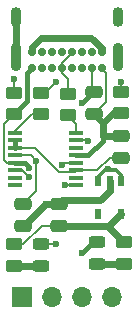
<source format=gtl>
%TF.GenerationSoftware,KiCad,Pcbnew,9.0.0*%
%TF.CreationDate,2025-03-08T20:10:10+09:00*%
%TF.ProjectId,typec-serial,74797065-632d-4736-9572-69616c2e6b69,rev?*%
%TF.SameCoordinates,Original*%
%TF.FileFunction,Copper,L1,Top*%
%TF.FilePolarity,Positive*%
%FSLAX46Y46*%
G04 Gerber Fmt 4.6, Leading zero omitted, Abs format (unit mm)*
G04 Created by KiCad (PCBNEW 9.0.0) date 2025-03-08 20:10:10*
%MOMM*%
%LPD*%
G01*
G04 APERTURE LIST*
G04 Aperture macros list*
%AMRoundRect*
0 Rectangle with rounded corners*
0 $1 Rounding radius*
0 $2 $3 $4 $5 $6 $7 $8 $9 X,Y pos of 4 corners*
0 Add a 4 corners polygon primitive as box body*
4,1,4,$2,$3,$4,$5,$6,$7,$8,$9,$2,$3,0*
0 Add four circle primitives for the rounded corners*
1,1,$1+$1,$2,$3*
1,1,$1+$1,$4,$5*
1,1,$1+$1,$6,$7*
1,1,$1+$1,$8,$9*
0 Add four rect primitives between the rounded corners*
20,1,$1+$1,$2,$3,$4,$5,0*
20,1,$1+$1,$4,$5,$6,$7,0*
20,1,$1+$1,$6,$7,$8,$9,0*
20,1,$1+$1,$8,$9,$2,$3,0*%
G04 Aperture macros list end*
%TA.AperFunction,SMDPad,CuDef*%
%ADD10RoundRect,0.250000X0.475000X-0.250000X0.475000X0.250000X-0.475000X0.250000X-0.475000X-0.250000X0*%
%TD*%
%TA.AperFunction,SMDPad,CuDef*%
%ADD11R,0.508000X0.914400*%
%TD*%
%TA.AperFunction,ComponentPad*%
%ADD12C,0.700000*%
%TD*%
%TA.AperFunction,ComponentPad*%
%ADD13O,0.900000X2.400000*%
%TD*%
%TA.AperFunction,ComponentPad*%
%ADD14O,0.900000X1.700000*%
%TD*%
%TA.AperFunction,SMDPad,CuDef*%
%ADD15RoundRect,0.243750X-0.456250X0.243750X-0.456250X-0.243750X0.456250X-0.243750X0.456250X0.243750X0*%
%TD*%
%TA.AperFunction,SMDPad,CuDef*%
%ADD16RoundRect,0.250000X-0.475000X0.250000X-0.475000X-0.250000X0.475000X-0.250000X0.475000X0.250000X0*%
%TD*%
%TA.AperFunction,SMDPad,CuDef*%
%ADD17RoundRect,0.250000X-0.450000X0.262500X-0.450000X-0.262500X0.450000X-0.262500X0.450000X0.262500X0*%
%TD*%
%TA.AperFunction,ComponentPad*%
%ADD18R,1.700000X1.700000*%
%TD*%
%TA.AperFunction,ComponentPad*%
%ADD19O,1.700000X1.700000*%
%TD*%
%TA.AperFunction,SMDPad,CuDef*%
%ADD20RoundRect,0.250000X0.450000X-0.262500X0.450000X0.262500X-0.450000X0.262500X-0.450000X-0.262500X0*%
%TD*%
%TA.AperFunction,SMDPad,CuDef*%
%ADD21R,1.200000X0.400000*%
%TD*%
%TA.AperFunction,ViaPad*%
%ADD22C,0.600000*%
%TD*%
%TA.AperFunction,Conductor*%
%ADD23C,0.200000*%
%TD*%
%TA.AperFunction,Conductor*%
%ADD24C,0.400000*%
%TD*%
%TA.AperFunction,Conductor*%
%ADD25C,0.600000*%
%TD*%
%TA.AperFunction,Conductor*%
%ADD26C,0.300000*%
%TD*%
G04 APERTURE END LIST*
D10*
%TO.P,C1,1*%
%TO.N,GND*%
X161500000Y-95250000D03*
%TO.P,C1,2*%
%TO.N,Net-(IC1-CONTROL)*%
X161500000Y-93350000D03*
%TD*%
D11*
%TO.P,IC1,1,VIN*%
%TO.N,Net-(IC1-CONTROL)*%
X163750000Y-100853000D03*
%TO.P,IC1,2,GND*%
%TO.N,GND*%
X162799999Y-100853000D03*
%TO.P,IC1,3,CONTROL*%
%TO.N,Net-(IC1-CONTROL)*%
X161849998Y-100853000D03*
%TO.P,IC1,4,CS*%
%TO.N,unconnected-(IC1-CS-Pad4)*%
X161849998Y-103647000D03*
%TO.P,IC1,5,VOUT*%
%TO.N,Net-(IC1-VOUT)*%
X163750000Y-103647000D03*
%TD*%
D12*
%TO.P,J1,A1,GND*%
%TO.N,GND*%
X162150000Y-91360000D03*
%TO.P,J1,A4,VBUS*%
%TO.N,Net-(IC1-CONTROL)*%
X161300000Y-91360000D03*
%TO.P,J1,A5,CC1*%
%TO.N,Net-(J1-CC1)*%
X160450000Y-91360000D03*
%TO.P,J1,A6,DP1*%
%TO.N,Net-(J1-DP1)*%
X159600000Y-91360000D03*
%TO.P,J1,A7,DN1*%
%TO.N,Net-(J1-DN1)*%
X158750000Y-91360000D03*
%TO.P,J1,A8,SBU1*%
%TO.N,unconnected-(J1-SBU1-PadA8)*%
X157900000Y-91360000D03*
%TO.P,J1,A9,VBUS__1*%
%TO.N,unconnected-(J1-VBUS__1-PadA9)*%
X157050000Y-91360000D03*
%TO.P,J1,A12,GND__1*%
%TO.N,GND*%
X156200000Y-91360000D03*
%TO.P,J1,B1,GND__2*%
X156200000Y-90010000D03*
%TO.P,J1,B4,VBUS__2*%
%TO.N,unconnected-(J1-VBUS__2-PadB4)*%
X157050000Y-90010000D03*
%TO.P,J1,B5,CC2*%
%TO.N,Net-(J1-CC2)*%
X157900000Y-90010000D03*
%TO.P,J1,B6,DP2*%
%TO.N,Net-(J1-DP1)*%
X158750000Y-90010000D03*
%TO.P,J1,B7,DN2*%
%TO.N,Net-(J1-DN1)*%
X159600000Y-90010000D03*
%TO.P,J1,B8,SBU2*%
%TO.N,unconnected-(J1-SBU2-PadB8)*%
X160450000Y-90010000D03*
%TO.P,J1,B9,VBUS__3*%
%TO.N,unconnected-(J1-VBUS__3-PadB9)*%
X161300000Y-90010000D03*
%TO.P,J1,B12,GND__3*%
%TO.N,GND*%
X162150000Y-90010000D03*
D13*
%TO.P,J1,S1,SHELL*%
X163500000Y-90380000D03*
D14*
X163500000Y-87000000D03*
D13*
X154850000Y-90380000D03*
D14*
X154850000Y-87000000D03*
%TD*%
D15*
%TO.P,D2,1,K*%
%TO.N,Net-(D2-K)*%
X161750000Y-106062500D03*
%TO.P,D2,2,A*%
%TO.N,Net-(D2-A)*%
X161750000Y-107937500D03*
%TD*%
D16*
%TO.P,C2,1*%
%TO.N,GND*%
X163750000Y-97050000D03*
%TO.P,C2,2*%
%TO.N,Net-(U1-3V3OUT)*%
X163750000Y-98950000D03*
%TD*%
D17*
%TO.P,R2,1*%
%TO.N,Net-(J1-CC1)*%
X163750000Y-93337500D03*
%TO.P,R2,2*%
%TO.N,GND*%
X163750000Y-95162500D03*
%TD*%
%TO.P,R1,1*%
%TO.N,Net-(J1-CC2)*%
X154750000Y-93425000D03*
%TO.P,R1,2*%
%TO.N,GND*%
X154750000Y-95250000D03*
%TD*%
D18*
%TO.P,J2,1,Pin_1*%
%TO.N,GND*%
X155380000Y-110750000D03*
D19*
%TO.P,J2,2,Pin_2*%
%TO.N,Net-(J2-Pin_2)*%
X157920000Y-110750000D03*
%TO.P,J2,3,Pin_3*%
%TO.N,Net-(J2-Pin_3)*%
X160460000Y-110750000D03*
%TO.P,J2,4,Pin_4*%
%TO.N,Net-(IC1-VOUT)*%
X163000000Y-110750000D03*
%TD*%
D17*
%TO.P,R5,1*%
%TO.N,Net-(IC1-VOUT)*%
X154750000Y-106250000D03*
%TO.P,R5,2*%
%TO.N,Net-(D1-A)*%
X154750000Y-108075000D03*
%TD*%
D20*
%TO.P,R6,1*%
%TO.N,Net-(D2-A)*%
X164000000Y-107912500D03*
%TO.P,R6,2*%
%TO.N,Net-(IC1-VOUT)*%
X164000000Y-106087500D03*
%TD*%
D21*
%TO.P,U1,1,TXD*%
%TO.N,Net-(J2-Pin_3)*%
X160000000Y-101270000D03*
%TO.P,U1,2,~{RTS}*%
%TO.N,unconnected-(U1-~{RTS}-Pad2)*%
X160000000Y-100635000D03*
%TO.P,U1,3,VCCIO*%
%TO.N,Net-(U1-3V3OUT)*%
X160000000Y-100000000D03*
%TO.P,U1,4,RXD*%
%TO.N,Net-(J2-Pin_2)*%
X160000000Y-99365000D03*
%TO.P,U1,5,GND*%
%TO.N,GND*%
X160000000Y-98730000D03*
%TO.P,U1,6,~{CTS}*%
%TO.N,unconnected-(U1-~{CTS}-Pad6)*%
X160000000Y-98095000D03*
%TO.P,U1,7,CBUS2*%
%TO.N,Net-(D2-K)*%
X160000000Y-97460000D03*
%TO.P,U1,8,USBDP*%
%TO.N,Net-(U1-USBDP)*%
X160000000Y-96825000D03*
%TO.P,U1,9,USBDM*%
%TO.N,Net-(U1-USBDM)*%
X154800000Y-96825000D03*
%TO.P,U1,10,3V3OUT*%
%TO.N,Net-(U1-3V3OUT)*%
X154800000Y-97460000D03*
%TO.P,U1,11,~{RESET}*%
X154800000Y-98095000D03*
%TO.P,U1,12,VCC*%
%TO.N,Net-(IC1-CONTROL)*%
X154800000Y-98730000D03*
%TO.P,U1,13,GND*%
%TO.N,GND*%
X154800000Y-99365000D03*
%TO.P,U1,14,CBUS1*%
%TO.N,Net-(D1-K)*%
X154800000Y-100000000D03*
%TO.P,U1,15,CBUS0*%
%TO.N,unconnected-(U1-CBUS0-Pad15)*%
X154800000Y-100635000D03*
%TO.P,U1,16,CBUS3*%
%TO.N,unconnected-(U1-CBUS3-Pad16)*%
X154800000Y-101270000D03*
%TD*%
D15*
%TO.P,D1,1,K*%
%TO.N,Net-(D1-K)*%
X157000000Y-106225000D03*
%TO.P,D1,2,A*%
%TO.N,Net-(D1-A)*%
X157000000Y-108100000D03*
%TD*%
D10*
%TO.P,C3,1*%
%TO.N,GND*%
X155500000Y-104700000D03*
%TO.P,C3,2*%
%TO.N,Net-(IC1-CONTROL)*%
X155500000Y-102800000D03*
%TD*%
D17*
%TO.P,R3,1*%
%TO.N,Net-(J1-DP1)*%
X157000000Y-93425000D03*
%TO.P,R3,2*%
%TO.N,Net-(U1-USBDM)*%
X157000000Y-95250000D03*
%TD*%
D16*
%TO.P,C4,1*%
%TO.N,GND*%
X158500000Y-102800000D03*
%TO.P,C4,2*%
%TO.N,Net-(IC1-VOUT)*%
X158500000Y-104700000D03*
%TD*%
D17*
%TO.P,R4,1*%
%TO.N,Net-(J1-DN1)*%
X159250000Y-93500000D03*
%TO.P,R4,2*%
%TO.N,Net-(U1-USBDP)*%
X159250000Y-95325000D03*
%TD*%
D22*
%TO.N,GND*%
X162250000Y-97000000D03*
X156000000Y-99750000D03*
X157400000Y-102800000D03*
%TO.N,Net-(IC1-CONTROL)*%
X156565687Y-99184313D03*
X160500000Y-94250000D03*
X162702730Y-99895800D03*
%TO.N,Net-(IC1-VOUT)*%
X162612500Y-104700000D03*
%TO.N,Net-(J1-CC2)*%
X154750000Y-92250000D03*
%TO.N,Net-(J1-CC1)*%
X163750000Y-92500000D03*
%TO.N,Net-(J1-DP1)*%
X158250000Y-92500000D03*
%TO.N,Net-(J2-Pin_2)*%
X158750000Y-99500000D03*
%TO.N,Net-(J2-Pin_3)*%
X159013502Y-101253059D03*
%TO.N,Net-(D1-K)*%
X156000000Y-100550003D03*
X158250000Y-106250000D03*
%TO.N,Net-(D2-K)*%
X161000000Y-97500000D03*
X160500000Y-107000000D03*
%TD*%
D23*
%TO.N,Net-(U1-3V3OUT)*%
X156495057Y-98095000D02*
X158501057Y-100101000D01*
X159899000Y-100101000D02*
X160000000Y-100000000D01*
X163750000Y-98950000D02*
X162800000Y-98950000D01*
X154800000Y-98095000D02*
X156495057Y-98095000D01*
X161750000Y-100000000D02*
X160000000Y-100000000D01*
X162800000Y-98950000D02*
X161750000Y-100000000D01*
X158501057Y-100101000D02*
X159899000Y-100101000D01*
D24*
X154800000Y-97460000D02*
X154800000Y-98095000D01*
D25*
%TO.N,GND*%
X156200000Y-89550000D02*
X157000000Y-88750000D01*
D23*
X153899000Y-96101000D02*
X153899000Y-99129000D01*
D24*
X155851000Y-94149000D02*
X155851000Y-91709000D01*
D25*
X162250000Y-96000000D02*
X161500000Y-95250000D01*
D24*
X154750000Y-95250000D02*
X155851000Y-94149000D01*
D25*
X162150000Y-89656504D02*
X162150000Y-90010000D01*
D23*
X154750000Y-95250000D02*
X153899000Y-96101000D01*
D25*
X162799999Y-101700001D02*
X162799999Y-100853000D01*
X163750000Y-95162500D02*
X163087500Y-95162500D01*
X157000000Y-88750000D02*
X161243496Y-88750000D01*
D23*
X162526000Y-94224000D02*
X161500000Y-95250000D01*
D25*
X158800000Y-102500000D02*
X162000000Y-102500000D01*
X162300000Y-97050000D02*
X162250000Y-97000000D01*
X162000000Y-102500000D02*
X162799999Y-101700001D01*
D24*
X160000000Y-98730000D02*
X161000000Y-98730000D01*
D25*
X155500000Y-104700000D02*
X157400000Y-102800000D01*
D24*
X155851000Y-91709000D02*
X156200000Y-91360000D01*
X162250000Y-97480000D02*
X162250000Y-97000000D01*
X156000000Y-99693600D02*
X155671400Y-99365000D01*
D23*
X154135000Y-99365000D02*
X154800000Y-99365000D01*
X153899000Y-99129000D02*
X154135000Y-99365000D01*
X162150000Y-91360000D02*
X162526000Y-91736000D01*
D24*
X156000000Y-99750000D02*
X156000000Y-99693600D01*
D25*
X158500000Y-102800000D02*
X158800000Y-102500000D01*
X162250000Y-97000000D02*
X162250000Y-96000000D01*
D24*
X155671400Y-99365000D02*
X154800000Y-99365000D01*
D25*
X163750000Y-97050000D02*
X162300000Y-97050000D01*
D24*
X161000000Y-98730000D02*
X162250000Y-97480000D01*
D25*
X157400000Y-102800000D02*
X158500000Y-102800000D01*
X163087500Y-95162500D02*
X162250000Y-96000000D01*
X156200000Y-90010000D02*
X156200000Y-89550000D01*
X154850000Y-87000000D02*
X154850000Y-90380000D01*
X161243496Y-88750000D02*
X162150000Y-89656504D01*
D23*
X162526000Y-91736000D02*
X162526000Y-94224000D01*
D24*
%TO.N,Net-(IC1-CONTROL)*%
X161400000Y-93350000D02*
X160500000Y-94250000D01*
D26*
X162492010Y-99895800D02*
X162702730Y-99895800D01*
D24*
X161500000Y-93350000D02*
X161400000Y-93350000D01*
D26*
X163360199Y-100000000D02*
X163750000Y-100389801D01*
D23*
X161300000Y-91360000D02*
X161300000Y-93150000D01*
X161300000Y-93150000D02*
X161500000Y-93350000D01*
X154800000Y-98730000D02*
X156111374Y-98730000D01*
X156111374Y-98730000D02*
X156565687Y-99184313D01*
D26*
X161849998Y-100537812D02*
X162387810Y-100000000D01*
X162387810Y-100000000D02*
X162492010Y-99895800D01*
D23*
X156601000Y-101699000D02*
X155500000Y-102800000D01*
D26*
X161849998Y-100853000D02*
X161849998Y-100537812D01*
X163750000Y-100389801D02*
X163750000Y-100853000D01*
D23*
X156601000Y-99219626D02*
X156601000Y-101699000D01*
X156565687Y-99184313D02*
X156601000Y-99219626D01*
D26*
X162387810Y-100000000D02*
X163360199Y-100000000D01*
D23*
%TO.N,Net-(IC1-VOUT)*%
X155501340Y-106250000D02*
X157051340Y-104700000D01*
X157051340Y-104700000D02*
X158500000Y-104700000D01*
D25*
X162612500Y-104700000D02*
X164000000Y-106087500D01*
X162697000Y-104700000D02*
X163750000Y-103647000D01*
D23*
X164000000Y-106087500D02*
X164000000Y-106003000D01*
X154750000Y-106250000D02*
X155501340Y-106250000D01*
D25*
X162612500Y-104700000D02*
X162697000Y-104700000D01*
X158500000Y-104700000D02*
X162612500Y-104700000D01*
D23*
%TO.N,Net-(J1-CC2)*%
X154750000Y-92250000D02*
X154750000Y-93425000D01*
%TO.N,Net-(J1-CC1)*%
X163750000Y-92500000D02*
X163750000Y-93337500D01*
%TO.N,Net-(U1-USBDP)*%
X160000000Y-96075000D02*
X159250000Y-95325000D01*
X160000000Y-96825000D02*
X160000000Y-96075000D01*
%TO.N,Net-(J1-DP1)*%
X157325000Y-93425000D02*
X158250000Y-92500000D01*
X157000000Y-93425000D02*
X157325000Y-93425000D01*
%TO.N,Net-(U1-USBDM)*%
X154800000Y-96700000D02*
X154800000Y-96825000D01*
X156250000Y-95250000D02*
X154800000Y-96700000D01*
X157000000Y-95250000D02*
X156250000Y-95250000D01*
%TO.N,Net-(J1-DN1)*%
X158750000Y-90930654D02*
X158750000Y-91360000D01*
X158750000Y-91360000D02*
X158750000Y-91750000D01*
X158750000Y-91750000D02*
X159250000Y-92250000D01*
X159600000Y-90010000D02*
X159600000Y-90080654D01*
X159250000Y-92250000D02*
X159250000Y-93500000D01*
X159000000Y-93250000D02*
X159250000Y-93500000D01*
X159600000Y-90080654D02*
X158750000Y-90930654D01*
%TO.N,Net-(J2-Pin_2)*%
X158750000Y-99500000D02*
X158885000Y-99365000D01*
X158885000Y-99365000D02*
X160000000Y-99365000D01*
%TO.N,Net-(J2-Pin_3)*%
X159020000Y-101270000D02*
X160000000Y-101270000D01*
X159013502Y-101253059D02*
X159013502Y-101263502D01*
X159013502Y-101263502D02*
X159020000Y-101270000D01*
D25*
%TO.N,Net-(D1-A)*%
X157000000Y-108075000D02*
X154750000Y-108075000D01*
D23*
%TO.N,Net-(D1-K)*%
X155400057Y-100000000D02*
X155950060Y-100550003D01*
X155950060Y-100550003D02*
X156000000Y-100550003D01*
X154800000Y-100000000D02*
X155400057Y-100000000D01*
X157000000Y-106250000D02*
X158250000Y-106250000D01*
D25*
%TO.N,Net-(D2-A)*%
X164000000Y-107912500D02*
X161750000Y-107912500D01*
D23*
%TO.N,Net-(D2-K)*%
X160960000Y-97460000D02*
X161000000Y-97500000D01*
D24*
X161750000Y-106087500D02*
X161412500Y-106087500D01*
X161412500Y-106087500D02*
X160500000Y-107000000D01*
D23*
X160000000Y-97460000D02*
X160960000Y-97460000D01*
%TD*%
M02*

</source>
